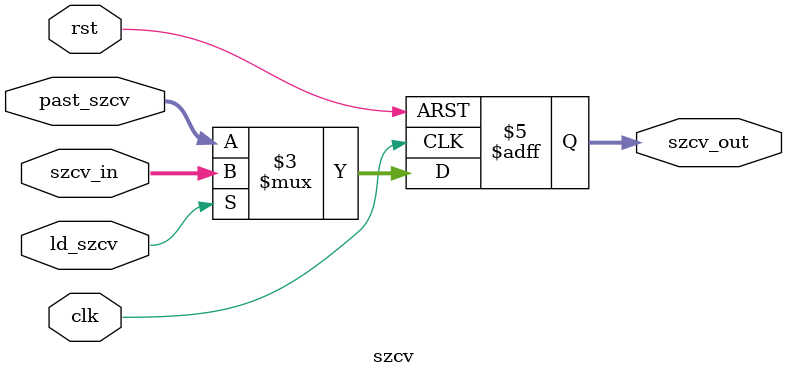
<source format=v>
/* 4bit szcv(DFF) */

module szcv (clk, rst, szcv_in, past_szcv, ld_szcv, szcv_out);
   input clk, rst;
   input ld_szcv;
   input [3:0] szcv_in, past_szcv;
   output [3:0] szcv_out;
   
   wire [3:0] 	szcv_in;
   reg [3:0] 	szcv_out;
   
   //wire	[15:0]	ir_out;
 	
   always @(posedge rst or posedge clk) begin
      if (rst) begin
	 szcv_out <= 4'b0000;
      end else if (ld_szcv) begin
			szcv_out = szcv_in;
      end else begin
			szcv_out = past_szcv;
		end
   end
endmodule

</source>
